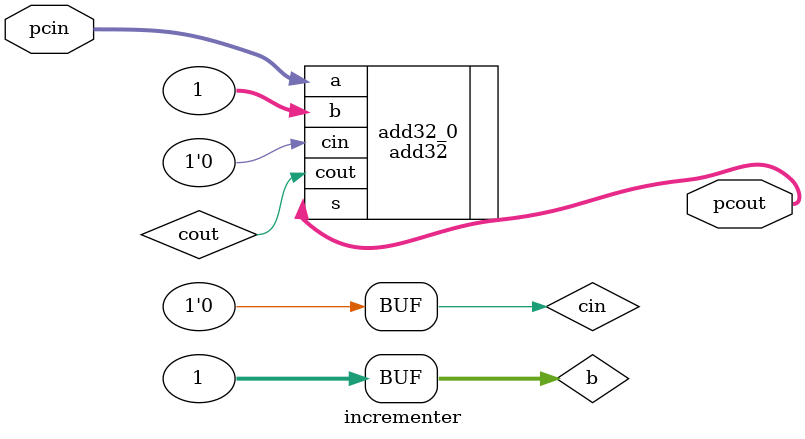
<source format=v>
`ifndef _incrementer_v_
`define _incrementer_v_
`endif

`ifndef _add32_v_
`include "modules/adder/add32.v"
`endif

module incrementer(pcin, pcout);
  input wire [31:0] pcin;
  output wire [31:0] pcout;

  wire [31:0] b = 32'd1;
  wire cin = 0;
  wire cout;
  
  add32 add32_0 (
        .a(pcin),
        .b(b),
        .cin(cin),
        .s(pcout),
        .cout(cout)
        );

endmodule
</source>
